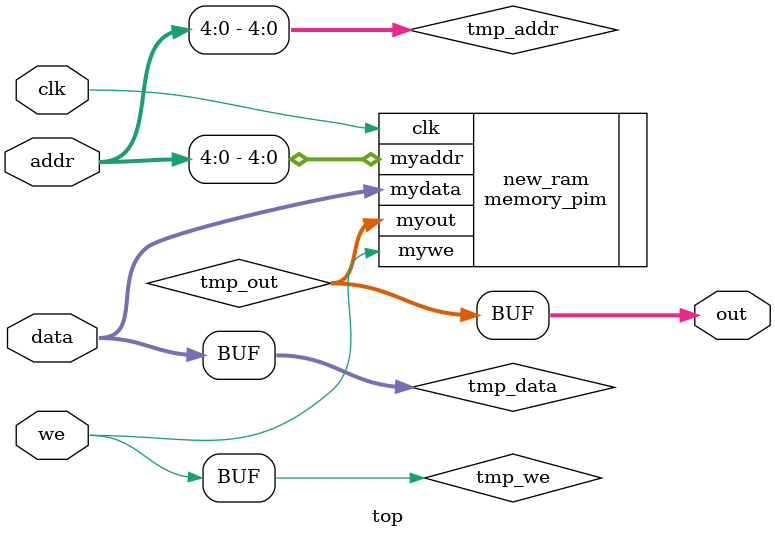
<source format=v>
`define WIDTH_BIT 16
 
 module top(clk, data, addr, we, out);
    input	clk;
    input	[`WIDTH_BIT:0]	data;
    input	[8:0]	addr;
    input	we;
    output	[`WIDTH_BIT:0]	out;


    wire	[`WIDTH_BIT:0]	tmp_data;
    wire	[4:0]	tmp_addr;
    wire	tmp_we;
    wire	[`WIDTH_BIT:0]	tmp_out;


    assign tmp_data = data;
    assign tmp_addr = addr;
    assign tmp_we = we;
    assign out = tmp_out;

// defparam new_ram.ADDR_WIDTH = 9;
// defparam new_ram.DATA_WIDTH = 40;
// single_port_ram new_ram(
//   .data(tmp_data),
//   .addr(tmp_addr),
//   .we(tmp_we),
//   .out(tmp_out),
//   .clk(clk)
//   );

memory_pim new_ram(
  .mydata(tmp_data),
  .myaddr(tmp_addr),
  .mywe(tmp_we),
  .myout(tmp_out),
  .clk(clk)
);

// defparam new_ram1.ADDR_WIDTH = 10;
// defparam new_ram1.DATA_WIDTH = 32;
// single_port_ram new_ram1(
//   .clk (clk),
//   .we(we),
//   .data(datain),
//   .out(dataout1),
//   .addr(addr)
//   );


 endmodule
</source>
